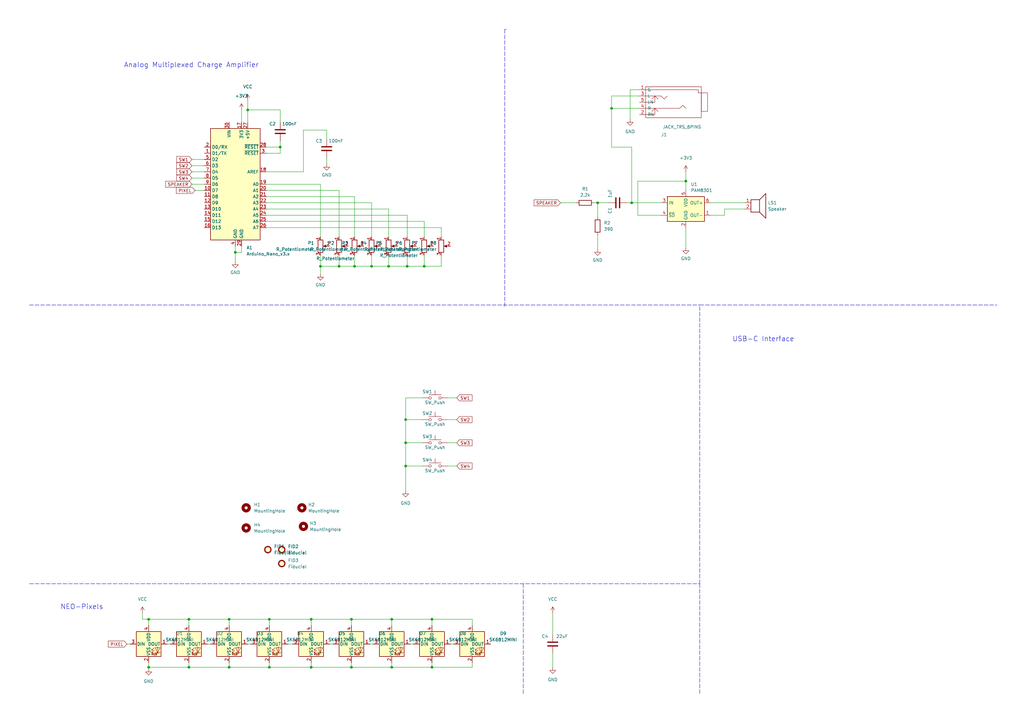
<source format=kicad_sch>
(kicad_sch (version 20211123) (generator eeschema)
  (paper "A3")
  (lib_symbols
    (symbol "Amplifier_Audio:PAM8301"
      (property "Reference" "U" (at 6.35 8.89 0))
      (property "Value" "PAM8301" (at 6.35 6.35 0))
      (symbol "PAM8301_0_1"
        (rectangle (start -7.62 5.08) (end 7.62 -5.08) (stroke (width 0.254)) (fill (type background)))
      )
      (symbol "PAM8301_1_1"
        (pin output line (at 10.16 -2.54 180) (length 2.54) (name "OUT-") (number "1"))
        (pin power_in line (at 0 -7.62 90) (length 2.54) (name "GND") (number "2"))
        (pin input line (at -10.16 2.54 0) (length 2.54) (name "IN") (number "3"))
        (pin input line (at -10.16 -2.54 0) (length 2.54) (name "~{SD}") (number "4"))
        (pin power_in line (at 0 7.62 270) (length 2.54) (name "VDD") (number "5"))
        (pin output line (at 10.16 2.54 180) (length 2.54) (name "OUT+") (number "6"))
      )
    )
    (symbol "Device:C" (pin_numbers hide) (pin_names (offset 0.254))
      (property "Reference" "C" (at 0.635 2.54 0))
      (property "Value" "C" (at 0.635 -2.54 0))
      (symbol "C_0_1"
        (polyline (pts (xy -2.032 -0.762) (xy 2.032 -0.762)) (stroke (width 0.508)))
        (polyline (pts (xy -2.032 0.762) (xy 2.032 0.762)) (stroke (width 0.508)))
      )
      (symbol "C_1_1"
        (pin passive line (at 0 3.81 270) (length 2.794) (name "~") (number "1"))
        (pin passive line (at 0 -3.81 90) (length 2.794) (name "~") (number "2"))
      )
    )
    (symbol "Device:R" (pin_numbers hide) (pin_names (offset 0))
      (property "Reference" "R" (at 2.032 0 90))
      (property "Value" "R" (at 0 0 90))
      (symbol "R_0_1"
        (rectangle (start -1.016 -2.54) (end 1.016 2.54) (stroke (width 0.254)))
      )
      (symbol "R_1_1"
        (pin passive line (at 0 3.81 270) (length 1.27) (name "~") (number "1"))
        (pin passive line (at 0 -3.81 90) (length 1.27) (name "~") (number "2"))
      )
    )
    (symbol "Device:R_Potentiometer" (pin_names (offset 1.016) hide)
      (property "Reference" "RV" (at -4.445 0 90))
      (property "Value" "R_Potentiometer" (at -2.54 0 90))
      (symbol "R_Potentiometer_0_1"
        (polyline (pts (xy 2.54 0) (xy 1.524 0)))
        (polyline (pts (xy 1.143 0) (xy 2.286 0.508) (xy 2.286 -0.508) (xy 1.143 0)) (fill (type outline)))
        (rectangle (start 1.016 2.54) (end -1.016 -2.54) (stroke (width 0.254)))
      )
      (symbol "R_Potentiometer_1_1"
        (pin passive line (at 0 3.81 270) (length 1.27) (name "1") (number "1"))
        (pin passive line (at 3.81 0 180) (length 1.27) (name "2") (number "2"))
        (pin passive line (at 0 -3.81 90) (length 1.27) (name "3") (number "3"))
      )
    )
    (symbol "Device:Speaker" (pin_names (offset 0) hide)
      (property "Reference" "LS" (at 1.27 5.715 0))
      (property "Value" "Speaker" (at 1.27 3.81 0))
      (symbol "Speaker_0_0"
        (rectangle (start -2.54 1.27) (end 1.016 -3.81) (stroke (width 0.254)))
        (polyline (pts (xy 1.016 1.27) (xy 3.556 3.81) (xy 3.556 -6.35) (xy 1.016 -3.81)) (stroke (width 0.254)))
      )
      (symbol "Speaker_1_1"
        (pin input line (at -5.08 0 0) (length 2.54) (name "1") (number "1"))
        (pin input line (at -5.08 -2.54 0) (length 2.54) (name "2") (number "2"))
      )
    )
    (symbol "GaudiLabsPartsLibrary:JACK_TRS_6PINS" (pin_names (offset 0.762))
      (property "Reference" "J" (at 0 7.62 0))
      (property "Value" "JACK_TRS_6PINS" (at -7.62 11.43 0))
      (symbol "JACK_TRS_6PINS_0_0"
        (polyline (pts (xy 3.81 -2.54) (xy 3.81 0) (xy 7.62 0)))
        (polyline (pts (xy 3.81 2.54) (xy 3.81 5.08) (xy 7.62 5.08)))
        (polyline (pts (xy -8.89 2.54) (xy -7.62 1.27) (xy -6.35 2.54) (xy 7.62 2.54)))
      )
      (symbol "JACK_TRS_6PINS_0_1"
        (rectangle (start -15.24 3.81) (end -17.78 -3.81))
        (polyline (pts (xy 1.27 -2.54) (xy 7.62 -2.54)))
        (polyline (pts (xy 1.27 -2.54) (xy 0 -1.27) (xy -1.27 -2.54) (xy -1.27 -2.54)))
        (polyline (pts (xy 2.54 -1.27) (xy 3.81 -2.54) (xy 5.08 -1.27) (xy 5.08 -1.27)))
        (polyline (pts (xy 2.54 3.81) (xy 3.81 2.54) (xy 5.08 3.81) (xy 5.08 3.81)))
        (polyline (pts (xy 7.62 -5.08) (xy -13.97 -5.08) (xy -13.97 -3.81) (xy -15.24 -3.81)))
        (rectangle (start 7.62 -6.35) (end -15.24 6.35))
      )
      (symbol "JACK_TRS_6PINS_1_1"
        (pin passive line (at 10.16 -5.08 180) (length 2.54) (name "G") (number "1"))
        (pin passive line (at 10.16 5.08 180) (length 2.54) (name "RN") (number "2"))
        (pin passive line (at 10.16 -2.54 180) (length 2.54) (name "L") (number "3"))
        (pin passive line (at 10.16 2.54 180) (length 2.54) (name "R") (number "4"))
        (pin passive line (at 10.16 0 180) (length 2.54) (name "LN") (number "5"))
      )
    )
    (symbol "LED:SK6812MINI" (pin_names (offset 0.254))
      (property "Reference" "D" (at 5.08 5.715 0))
      (property "Value" "SK6812MINI" (at 1.27 -5.715 0))
      (symbol "SK6812MINI_0_0"
        (text "RGB" (at 2.286 -4.191 0) (effects (font (size 0.762 0.762))))
      )
      (symbol "SK6812MINI_0_1"
        (polyline (pts (xy 1.27 -3.556) (xy 1.778 -3.556)))
        (polyline (pts (xy 1.27 -2.54) (xy 1.778 -2.54)))
        (polyline (pts (xy 4.699 -3.556) (xy 2.667 -3.556)))
        (polyline (pts (xy 2.286 -2.54) (xy 1.27 -3.556) (xy 1.27 -3.048)))
        (polyline (pts (xy 2.286 -1.524) (xy 1.27 -2.54) (xy 1.27 -2.032)))
        (polyline (pts (xy 3.683 -1.016) (xy 3.683 -3.556) (xy 3.683 -4.064)))
        (polyline (pts (xy 4.699 -1.524) (xy 2.667 -1.524) (xy 3.683 -3.556) (xy 4.699 -1.524)))
        (rectangle (start 5.08 5.08) (end -5.08 -5.08) (stroke (width 0.254)) (fill (type background)))
      )
      (symbol "SK6812MINI_1_1"
        (pin output line (at 7.62 0 180) (length 2.54) (name "DOUT") (number "1"))
        (pin power_in line (at 0 -7.62 90) (length 2.54) (name "VSS") (number "2"))
        (pin input line (at -7.62 0 0) (length 2.54) (name "DIN") (number "3"))
        (pin power_in line (at 0 7.62 270) (length 2.54) (name "VDD") (number "4"))
      )
    )
    (symbol "MCU_Module:Arduino_Nano_v3.x"
      (property "Reference" "A" (at -10.16 23.495 0))
      (property "Value" "Arduino_Nano_v3.x" (at 5.08 -24.13 0))
      (symbol "Arduino_Nano_v3.x_0_1"
        (rectangle (start -10.16 22.86) (end 10.16 -22.86) (stroke (width 0.254)) (fill (type background)))
      )
      (symbol "Arduino_Nano_v3.x_1_1"
        (pin bidirectional line (at -12.7 12.7 0) (length 2.54) (name "D1/TX") (number "1"))
        (pin bidirectional line (at -12.7 -2.54 0) (length 2.54) (name "D7") (number "10"))
        (pin bidirectional line (at -12.7 -5.08 0) (length 2.54) (name "D8") (number "11"))
        (pin bidirectional line (at -12.7 -7.62 0) (length 2.54) (name "D9") (number "12"))
        (pin bidirectional line (at -12.7 -10.16 0) (length 2.54) (name "D10") (number "13"))
        (pin bidirectional line (at -12.7 -12.7 0) (length 2.54) (name "D11") (number "14"))
        (pin bidirectional line (at -12.7 -15.24 0) (length 2.54) (name "D12") (number "15"))
        (pin bidirectional line (at -12.7 -17.78 0) (length 2.54) (name "D13") (number "16"))
        (pin power_out line (at 2.54 25.4 270) (length 2.54) (name "3V3") (number "17"))
        (pin input line (at 12.7 5.08 180) (length 2.54) (name "AREF") (number "18"))
        (pin bidirectional line (at 12.7 0 180) (length 2.54) (name "A0") (number "19"))
        (pin bidirectional line (at -12.7 15.24 0) (length 2.54) (name "D0/RX") (number "2"))
        (pin bidirectional line (at 12.7 -2.54 180) (length 2.54) (name "A1") (number "20"))
        (pin bidirectional line (at 12.7 -5.08 180) (length 2.54) (name "A2") (number "21"))
        (pin bidirectional line (at 12.7 -7.62 180) (length 2.54) (name "A3") (number "22"))
        (pin bidirectional line (at 12.7 -10.16 180) (length 2.54) (name "A4") (number "23"))
        (pin bidirectional line (at 12.7 -12.7 180) (length 2.54) (name "A5") (number "24"))
        (pin bidirectional line (at 12.7 -15.24 180) (length 2.54) (name "A6") (number "25"))
        (pin bidirectional line (at 12.7 -17.78 180) (length 2.54) (name "A7") (number "26"))
        (pin power_out line (at 5.08 25.4 270) (length 2.54) (name "+5V") (number "27"))
        (pin input line (at 12.7 15.24 180) (length 2.54) (name "~{RESET}") (number "28"))
        (pin power_in line (at 2.54 -25.4 90) (length 2.54) (name "GND") (number "29"))
        (pin input line (at 12.7 12.7 180) (length 2.54) (name "~{RESET}") (number "3"))
        (pin power_in line (at -2.54 25.4 270) (length 2.54) (name "VIN") (number "30"))
        (pin power_in line (at 0 -25.4 90) (length 2.54) (name "GND") (number "4"))
        (pin bidirectional line (at -12.7 10.16 0) (length 2.54) (name "D2") (number "5"))
        (pin bidirectional line (at -12.7 7.62 0) (length 2.54) (name "D3") (number "6"))
        (pin bidirectional line (at -12.7 5.08 0) (length 2.54) (name "D4") (number "7"))
        (pin bidirectional line (at -12.7 2.54 0) (length 2.54) (name "D5") (number "8"))
        (pin bidirectional line (at -12.7 0 0) (length 2.54) (name "D6") (number "9"))
      )
    )
    (symbol "Mechanical:Fiducial"
      (property "Reference" "FID" (at 0 5.08 0))
      (property "Value" "Fiducial" (at 0 3.175 0))
      (symbol "Fiducial_0_1"
        (circle (center 0 0) (radius 1.27) (stroke (width 0.508)) (fill (type background)))
      )
    )
    (symbol "Mechanical:MountingHole" (pin_names (offset 1.016))
      (property "Reference" "H" (at 0 5.08 0))
      (property "Value" "MountingHole" (at 0 3.175 0))
      (symbol "MountingHole_0_1"
        (circle (center 0 0) (radius 1.27) (stroke (width 1.27)))
      )
    )
    (symbol "Switch:SW_Push" (pin_numbers hide) (pin_names (offset 1.016) hide)
      (property "Reference" "SW" (at 1.27 2.54 0))
      (property "Value" "SW_Push" (at 0 -1.524 0))
      (symbol "SW_Push_0_1"
        (circle (center -2.032 0) (radius 0.508))
        (polyline (pts (xy 0 1.27) (xy 0 3.048)))
        (polyline (pts (xy 2.54 1.27) (xy -2.54 1.27)))
        (circle (center 2.032 0) (radius 0.508))
        (pin passive line (at -5.08 0 0) (length 2.54) (name "1") (number "1"))
        (pin passive line (at 5.08 0 180) (length 2.54) (name "2") (number "2"))
      )
    )
    (symbol "power:+3V3" (power) (pin_names (offset 0))
      (property "Value" "+3V3" (at 0 3.556 0))
      (symbol "+3V3_0_1"
        (polyline (pts (xy -0.762 1.27) (xy 0 2.54)))
        (polyline (pts (xy 0 0) (xy 0 2.54)))
        (polyline (pts (xy 0 2.54) (xy 0.762 1.27)))
      )
      (symbol "+3V3_1_1"
        (pin power_in line (at 0 0 90) (length 0) hide (name "+3V3") (number "1"))
      )
    )
    (symbol "power:GND" (power) (pin_names (offset 0))
      (property "Value" "GND" (at 0 -3.81 0))
      (symbol "GND_0_1"
        (polyline (pts (xy 0 0) (xy 0 -1.27) (xy 1.27 -1.27) (xy 0 -2.54) (xy -1.27 -1.27) (xy 0 -1.27)))
      )
      (symbol "GND_1_1"
        (pin power_in line (at 0 0 270) (length 0) hide (name "GND") (number "1"))
      )
    )
    (symbol "power:VCC" (power) (pin_names (offset 0))
      (property "Value" "VCC" (at 0 3.81 0))
      (symbol "VCC_0_1"
        (polyline (pts (xy -0.762 1.27) (xy 0 2.54)))
        (polyline (pts (xy 0 0) (xy 0 2.54)))
        (polyline (pts (xy 0 2.54) (xy 0.762 1.27)))
      )
      (symbol "VCC_1_1"
        (pin power_in line (at 0 0 90) (length 0) hide (name "VCC") (number "1"))
      )
    )
  )
  (junction (at 259.08 83.185))
  (junction (at 152.4 109.22))
  (junction (at 96.52 103.505))
  (junction (at 177.165 273.685))
  (junction (at 139.065 109.22))
  (junction (at 93.98 254))
  (junction (at 250.825 44.45))
  (junction (at 166.37 181.61))
  (junction (at 177.165 254))
  (junction (at 144.145 254))
  (junction (at 144.145 273.685))
  (junction (at 173.99 109.22))
  (junction (at 93.98 273.685))
  (junction (at 159.385 109.22))
  (junction (at 77.47 273.685))
  (junction (at 166.37 191.135))
  (junction (at 167.005 109.22))
  (junction (at 281.305 74.295))
  (junction (at 166.37 172.085))
  (junction (at 114.935 60.325))
  (junction (at 145.415 109.22))
  (junction (at 60.96 254))
  (junction (at 60.96 273.685))
  (junction (at 101.6 45.085))
  (junction (at 160.655 254))
  (junction (at 245.11 83.185))
  (junction (at 127.635 273.685))
  (junction (at 110.49 273.685))
  (junction (at 110.49 254))
  (junction (at 131.445 109.22))
  (junction (at 127.635 254))
  (junction (at 160.655 273.685))
  (junction (at 77.47 254))
  (wire (pts (xy 78.74 67.945) (xy 83.82 67.945)))
  (wire (pts (xy 177.165 273.685) (xy 160.655 273.685)))
  (wire (pts (xy 245.11 83.185) (xy 245.11 88.9)))
  (wire (pts (xy 259.08 60.325) (xy 259.08 83.185)))
  (wire (pts (xy 144.145 254) (xy 144.145 256.54)))
  (wire (pts (xy 168.275 264.16) (xy 169.545 264.16)))
  (wire (pts (xy 167.005 109.22) (xy 173.99 109.22)))
  (polyline (pts (xy 287.02 125.095) (xy 408.94 125.095)))
  (wire (pts (xy 93.98 254) (xy 110.49 254)))
  (wire (pts (xy 133.985 53.34) (xy 133.985 57.15)))
  (wire (pts (xy 229.87 83.185) (xy 236.22 83.185)))
  (wire (pts (xy 85.09 264.16) (xy 86.36 264.16)))
  (wire (pts (xy 133.985 64.77) (xy 133.985 67.31)))
  (wire (pts (xy 109.22 90.805) (xy 173.99 90.805)))
  (wire (pts (xy 226.695 267.97) (xy 226.695 273.685)))
  (polyline (pts (xy 207.01 12.065) (xy 207.645 12.065)))
  (wire (pts (xy 173.99 109.22) (xy 173.99 104.775)))
  (wire (pts (xy 93.98 273.685) (xy 77.47 273.685)))
  (wire (pts (xy 245.11 83.185) (xy 249.555 83.185)))
  (wire (pts (xy 118.11 264.16) (xy 120.015 264.16)))
  (wire (pts (xy 259.08 83.185) (xy 271.145 83.185)))
  (wire (pts (xy 180.975 109.22) (xy 180.975 104.775)))
  (wire (pts (xy 245.11 96.52) (xy 245.11 102.235)))
  (wire (pts (xy 80.01 78.105) (xy 83.82 78.105)))
  (wire (pts (xy 243.84 83.185) (xy 245.11 83.185)))
  (wire (pts (xy 281.305 93.345) (xy 281.305 101.6)))
  (wire (pts (xy 101.6 45.085) (xy 101.6 50.165)))
  (wire (pts (xy 166.37 172.085) (xy 166.37 163.195)))
  (wire (pts (xy 152.4 109.22) (xy 152.4 104.775)))
  (wire (pts (xy 109.22 83.185) (xy 152.4 83.185)))
  (wire (pts (xy 131.445 75.565) (xy 131.445 97.155)))
  (wire (pts (xy 152.4 83.185) (xy 152.4 97.155)))
  (wire (pts (xy 101.6 41.275) (xy 101.6 45.085)))
  (wire (pts (xy 184.785 264.16) (xy 186.055 264.16)))
  (wire (pts (xy 93.98 271.78) (xy 93.98 273.685)))
  (wire (pts (xy 145.415 109.22) (xy 145.415 104.775)))
  (wire (pts (xy 226.695 251.46) (xy 226.695 260.35)))
  (wire (pts (xy 68.58 264.16) (xy 69.85 264.16)))
  (wire (pts (xy 99.06 100.965) (xy 99.06 103.505)))
  (wire (pts (xy 127.635 271.78) (xy 127.635 273.685)))
  (wire (pts (xy 135.255 264.16) (xy 136.525 264.16)))
  (wire (pts (xy 60.96 254) (xy 77.47 254)))
  (wire (pts (xy 127.635 273.685) (xy 110.49 273.685)))
  (wire (pts (xy 261.62 88.265) (xy 261.62 74.295)))
  (wire (pts (xy 166.37 181.61) (xy 166.37 172.085)))
  (wire (pts (xy 291.465 88.265) (xy 297.18 88.265)))
  (wire (pts (xy 183.515 181.61) (xy 187.325 181.61)))
  (wire (pts (xy 96.52 100.965) (xy 96.52 103.505)))
  (wire (pts (xy 109.22 85.725) (xy 159.385 85.725)))
  (wire (pts (xy 166.37 163.195) (xy 173.355 163.195)))
  (wire (pts (xy 139.065 109.22) (xy 145.415 109.22)))
  (wire (pts (xy 159.385 109.22) (xy 159.385 104.775)))
  (wire (pts (xy 78.74 65.405) (xy 83.82 65.405)))
  (wire (pts (xy 110.49 254) (xy 127.635 254)))
  (wire (pts (xy 166.37 172.085) (xy 173.355 172.085)))
  (wire (pts (xy 109.22 60.325) (xy 114.935 60.325)))
  (wire (pts (xy 250.825 44.45) (xy 262.255 44.45)))
  (wire (pts (xy 139.065 78.105) (xy 139.065 97.155)))
  (wire (pts (xy 78.74 73.025) (xy 83.82 73.025)))
  (wire (pts (xy 144.145 273.685) (xy 127.635 273.685)))
  (wire (pts (xy 183.515 163.195) (xy 187.325 163.195)))
  (wire (pts (xy 183.515 172.085) (xy 187.325 172.085)))
  (wire (pts (xy 109.22 75.565) (xy 131.445 75.565)))
  (wire (pts (xy 127.635 254) (xy 144.145 254)))
  (wire (pts (xy 96.52 103.505) (xy 96.52 107.315)))
  (wire (pts (xy 173.355 191.135) (xy 166.37 191.135)))
  (wire (pts (xy 159.385 109.22) (xy 167.005 109.22)))
  (wire (pts (xy 114.935 62.865) (xy 109.22 62.865)))
  (wire (pts (xy 173.99 109.22) (xy 180.975 109.22)))
  (wire (pts (xy 250.825 60.325) (xy 259.08 60.325)))
  (wire (pts (xy 167.005 109.22) (xy 167.005 104.775)))
  (wire (pts (xy 131.445 109.22) (xy 131.445 112.395)))
  (wire (pts (xy 177.165 254) (xy 177.165 256.54)))
  (wire (pts (xy 131.445 109.22) (xy 139.065 109.22)))
  (wire (pts (xy 159.385 85.725) (xy 159.385 97.155)))
  (polyline (pts (xy 287.02 239.395) (xy 287.02 284.48)))
  (wire (pts (xy 52.07 264.16) (xy 53.34 264.16)))
  (wire (pts (xy 281.305 70.485) (xy 281.305 74.295)))
  (polyline (pts (xy 12.065 239.395) (xy 287.02 239.395)))
  (wire (pts (xy 261.62 74.295) (xy 281.305 74.295)))
  (wire (pts (xy 58.42 251.46) (xy 58.42 254)))
  (polyline (pts (xy 287.02 239.395) (xy 287.02 125.095)))
  (wire (pts (xy 110.49 273.685) (xy 93.98 273.685)))
  (polyline (pts (xy 207.01 125.73) (xy 207.01 12.065)))
  (wire (pts (xy 109.22 78.105) (xy 139.065 78.105)))
  (wire (pts (xy 114.935 60.325) (xy 114.935 62.865)))
  (wire (pts (xy 145.415 109.22) (xy 152.4 109.22)))
  (wire (pts (xy 58.42 254) (xy 60.96 254)))
  (wire (pts (xy 160.655 273.685) (xy 144.145 273.685)))
  (wire (pts (xy 173.99 90.805) (xy 173.99 97.155)))
  (wire (pts (xy 177.165 271.78) (xy 177.165 273.685)))
  (wire (pts (xy 193.675 271.78) (xy 193.675 273.685)))
  (wire (pts (xy 166.37 191.135) (xy 166.37 181.61)))
  (wire (pts (xy 257.175 83.185) (xy 259.08 83.185)))
  (wire (pts (xy 160.655 254) (xy 177.165 254)))
  (wire (pts (xy 78.74 75.565) (xy 83.82 75.565)))
  (wire (pts (xy 250.825 44.45) (xy 250.825 60.325)))
  (wire (pts (xy 109.22 93.345) (xy 180.975 93.345)))
  (wire (pts (xy 60.96 271.78) (xy 60.96 273.685)))
  (wire (pts (xy 131.445 104.775) (xy 131.445 109.22)))
  (wire (pts (xy 250.825 39.37) (xy 250.825 44.45)))
  (wire (pts (xy 193.675 273.685) (xy 177.165 273.685)))
  (wire (pts (xy 77.47 254) (xy 77.47 256.54)))
  (wire (pts (xy 183.515 191.135) (xy 187.325 191.135)))
  (wire (pts (xy 193.675 254) (xy 193.675 256.54)))
  (wire (pts (xy 281.305 74.295) (xy 281.305 78.105)))
  (wire (pts (xy 151.765 264.16) (xy 153.035 264.16)))
  (wire (pts (xy 99.06 103.505) (xy 96.52 103.505)))
  (wire (pts (xy 167.005 88.265) (xy 167.005 97.155)))
  (wire (pts (xy 160.655 254) (xy 160.655 256.54)))
  (wire (pts (xy 297.18 85.725) (xy 305.435 85.725)))
  (wire (pts (xy 160.655 271.78) (xy 160.655 273.685)))
  (wire (pts (xy 60.96 254) (xy 60.96 256.54)))
  (wire (pts (xy 101.6 45.085) (xy 114.935 45.085)))
  (wire (pts (xy 291.465 83.185) (xy 305.435 83.185)))
  (wire (pts (xy 139.065 109.22) (xy 139.065 104.775)))
  (wire (pts (xy 124.46 53.34) (xy 133.985 53.34)))
  (wire (pts (xy 144.145 271.78) (xy 144.145 273.685)))
  (wire (pts (xy 93.98 254) (xy 93.98 256.54)))
  (wire (pts (xy 258.445 48.895) (xy 258.445 36.83)))
  (wire (pts (xy 166.37 181.61) (xy 173.355 181.61)))
  (polyline (pts (xy 214.63 239.395) (xy 214.63 284.48)))
  (wire (pts (xy 127.635 254) (xy 127.635 256.54)))
  (wire (pts (xy 114.935 50.165) (xy 114.935 45.085)))
  (wire (pts (xy 177.165 254) (xy 193.675 254)))
  (wire (pts (xy 99.06 45.085) (xy 99.06 50.165)))
  (wire (pts (xy 166.37 191.135) (xy 166.37 201.295)))
  (wire (pts (xy 271.145 88.265) (xy 261.62 88.265)))
  (wire (pts (xy 152.4 109.22) (xy 159.385 109.22)))
  (wire (pts (xy 144.145 254) (xy 160.655 254)))
  (wire (pts (xy 101.6 264.16) (xy 102.87 264.16)))
  (wire (pts (xy 262.255 39.37) (xy 250.825 39.37)))
  (polyline (pts (xy 12.065 125.095) (xy 287.02 125.095)))
  (wire (pts (xy 297.18 88.265) (xy 297.18 85.725)))
  (wire (pts (xy 180.975 93.345) (xy 180.975 97.155)))
  (wire (pts (xy 124.46 70.485) (xy 124.46 53.34)))
  (wire (pts (xy 77.47 254) (xy 93.98 254)))
  (wire (pts (xy 109.22 80.645) (xy 145.415 80.645)))
  (wire (pts (xy 78.74 70.485) (xy 83.82 70.485)))
  (wire (pts (xy 258.445 36.83) (xy 262.255 36.83)))
  (wire (pts (xy 109.22 88.265) (xy 167.005 88.265)))
  (wire (pts (xy 77.47 271.78) (xy 77.47 273.685)))
  (wire (pts (xy 77.47 273.685) (xy 60.96 273.685)))
  (wire (pts (xy 145.415 80.645) (xy 145.415 97.155)))
  (wire (pts (xy 60.96 273.685) (xy 60.96 274.32)))
  (wire (pts (xy 110.49 254) (xy 110.49 256.54)))
  (wire (pts (xy 114.935 57.785) (xy 114.935 60.325)))
  (wire (pts (xy 109.22 70.485) (xy 124.46 70.485)))
  (wire (pts (xy 110.49 271.78) (xy 110.49 273.685)))
  (text "Analog Multiplexed Charge Amplifier" (at 50.8 27.94 0) (effects (font (size 2 2)) (justify left bottom)))
  (text "NEO-Pixels" (at 24.765 250.19 0) (effects (font (size 2 2)) (justify left bottom)))
  (text "USB-C Interface" (at 300.355 140.335 0) (effects (font (size 2 2)) (justify left bottom)))
  (global_label "SW2" (shape input) (at 78.74 67.945 180) (property "Intersheet References" "${INTERSHEET_REFS}" (effects hide)))
  (global_label "SW1" (shape input) (at 187.325 163.195 0) (property "Intersheet References" "${INTERSHEET_REFS}" (effects hide)))
  (global_label "SW1" (shape input) (at 78.74 65.405 180) (property "Intersheet References" "${INTERSHEET_REFS}" (effects hide)))
  (global_label "SPEAKER" (shape input) (at 78.74 75.565 180) (property "Intersheet References" "${INTERSHEET_REFS}" (effects hide)))
  (global_label "SW2" (shape input) (at 187.325 172.085 0) (property "Intersheet References" "${INTERSHEET_REFS}" (effects hide)))
  (global_label "PIXEL" (shape input) (at 52.07 264.16 180) (property "Intersheet References" "${INTERSHEET_REFS}" (effects hide)))
  (global_label "SW3" (shape input) (at 187.325 181.61 0) (property "Intersheet References" "${INTERSHEET_REFS}" (effects hide)))
  (global_label "SW3" (shape input) (at 78.74 70.485 180) (property "Intersheet References" "${INTERSHEET_REFS}" (effects hide)))
  (global_label "SW4" (shape input) (at 187.325 191.135 0) (property "Intersheet References" "${INTERSHEET_REFS}" (effects hide)))
  (global_label "PIXEL" (shape input) (at 80.01 78.105 180) (property "Intersheet References" "${INTERSHEET_REFS}" (effects hide)))
  (global_label "SW4" (shape input) (at 78.74 73.025 180) (property "Intersheet References" "${INTERSHEET_REFS}" (effects hide)))
  (global_label "SPEAKER" (shape input) (at 229.87 83.185 180) (property "Intersheet References" "${INTERSHEET_REFS}" (effects hide)))
  (symbol (lib_id "Amplifier_Audio:PAM8301") (at 281.305 85.725 0) (unit 1)
    (property "Reference" "U1" (at 283.3244 75.565 0) (effects (justify left)))
    (property "Value" "PAM8301" (at 283.3244 78.105 0) (effects (justify left)))
    (property "Footprint" "Package_TO_SOT_SMD:SOT-23-6" (effects hide))
    (property "Datasheet" "https://www.diodes.com/assets/Datasheets/PAM8301.pdf" (effects hide))
  )
  (symbol (lib_id "Device:R_Potentiometer") (at 180.975 100.965 0) (unit 1)
    (property "Reference" "P8" (at 179.07 99.6949 0) (effects (justify right)))
    (property "Value" "R_Potentiometer" (at 179.07 102.2349 0) (effects (justify right)))
    (property "Footprint" "GaudiLabsFootPrints:TaidacentSlidingPot" (effects hide))
  )
  (symbol (lib_id "Mechanical:MountingHole") (at 100.965 208.28 0) (unit 1)
    (property "Reference" "H1" (at 104.14 207.0099 0) (effects (justify left)))
    (property "Value" "MountingHole" (at 104.14 209.5499 0) (effects (justify left)))
    (property "Footprint" "MountingHole:MountingHole_3.2mm_M3" (effects hide))
  )
  (symbol (lib_id "Device:R_Potentiometer") (at 131.445 100.965 0) (unit 1)
    (property "Reference" "P1" (at 128.905 99.6949 0) (effects (justify right)))
    (property "Value" "R_Potentiometer" (at 128.905 102.2349 0) (effects (justify right)))
    (property "Footprint" "GaudiLabsFootPrints:TaidacentSlidingPot" (effects hide))
  )
  (symbol (lib_id "Mechanical:MountingHole") (at 124.46 215.9 0) (unit 1)
    (property "Reference" "H3" (at 127 214.6299 0) (effects (justify left)))
    (property "Value" "MountingHole" (at 127 217.1699 0) (effects (justify left)))
    (property "Footprint" "MountingHole:MountingHole_3.2mm_M3" (effects hide))
  )
  (symbol (lib_id "Switch:SW_Push") (at 178.435 163.195 0) (unit 1)
    (property "Reference" "SW1" (at 175.26 160.655 0))
    (property "Value" "SW_Push" (at 178.435 165.1 0))
    (property "Footprint" "Button_Switch_SMD:SW_SPST_TL3342" (effects hide))
  )
  (symbol (lib_id "LED:SK6812MINI") (at 144.145 264.16 0) (unit 1)
    (property "Reference" "D6" (at 156.845 259.8293 0))
    (property "Value" "SK6812MINI" (at 156.845 262.3693 0))
    (property "Footprint" "GaudiLabsFootPrints:LED_SK6812MINI_PLCC4_3.5x3.5mm_P1.75mm" (effects hide))
    (property "Datasheet" "https://cdn-shop.adafruit.com/product-files/2686/SK6812MINI_REV.01-1-2.pdf" (effects hide))
  )
  (symbol (lib_id "Switch:SW_Push") (at 178.435 181.61 0) (unit 1)
    (property "Reference" "SW3" (at 175.26 179.07 0))
    (property "Value" "SW_Push" (at 178.435 183.515 0))
    (property "Footprint" "Button_Switch_SMD:SW_SPST_TL3342" (effects hide))
  )
  (symbol (lib_id "Device:Speaker") (at 310.515 83.185 0) (unit 1)
    (property "Reference" "LS1" (at 314.96 83.1849 0) (effects (justify left)))
    (property "Value" "Speaker" (at 314.96 85.7249 0) (effects (justify left)))
    (property "Footprint" "GaudiLabsFootPrints:Speaker16mm_circular" (effects hide))
  )
  (symbol (lib_id "LED:SK6812MINI") (at 93.98 264.16 0) (unit 1)
    (property "Reference" "D3" (at 106.68 259.8293 0))
    (property "Value" "SK6812MINI" (at 106.68 262.3693 0))
    (property "Footprint" "GaudiLabsFootPrints:LED_SK6812MINI_PLCC4_3.5x3.5mm_P1.75mm" (effects hide))
    (property "Datasheet" "https://cdn-shop.adafruit.com/product-files/2686/SK6812MINI_REV.01-1-2.pdf" (effects hide))
  )
  (symbol (lib_id "power:GND") (at 258.445 48.895 0) (unit 1)
    (property "Reference" "#PWR0108" (effects hide))
    (property "Value" "GND" (at 258.445 53.975 0))
  )
  (symbol (lib_id "Device:C") (at 226.695 264.16 180) (unit 1)
    (property "Reference" "C4" (at 223.52 260.985 0))
    (property "Value" "22uF" (at 230.505 260.985 0))
    (property "Footprint" "Capacitor_SMD:C_0805_2012Metric" (effects hide))
  )
  (symbol (lib_id "Device:R_Potentiometer") (at 159.385 100.965 0) (unit 1)
    (property "Reference" "P5" (at 156.845 99.6949 0) (effects (justify right)))
    (property "Value" "R_Potentiometer" (at 156.845 102.2349 0) (effects (justify right)))
    (property "Footprint" "GaudiLabsFootPrints:TaidacentSlidingPot" (effects hide))
  )
  (symbol (lib_id "power:GND") (at 226.695 273.685 0) (unit 1)
    (property "Reference" "#PWR0125" (effects hide))
    (property "Value" "GND" (at 226.695 278.765 0))
  )
  (symbol (lib_id "LED:SK6812MINI") (at 177.165 264.16 0) (unit 1)
    (property "Reference" "D8" (at 189.865 259.8293 0))
    (property "Value" "SK6812MINI" (at 189.865 262.3693 0))
    (property "Footprint" "GaudiLabsFootPrints:LED_SK6812MINI_PLCC4_3.5x3.5mm_P1.75mm" (effects hide))
    (property "Datasheet" "https://cdn-shop.adafruit.com/product-files/2686/SK6812MINI_REV.01-1-2.pdf" (effects hide))
  )
  (symbol (lib_id "Device:R_Potentiometer") (at 173.99 100.965 0) (unit 1)
    (property "Reference" "P7" (at 171.45 99.6949 0) (effects (justify right)))
    (property "Value" "R_Potentiometer" (at 171.45 102.2349 0) (effects (justify right)))
    (property "Footprint" "GaudiLabsFootPrints:TaidacentSlidingPot" (effects hide))
  )
  (symbol (lib_id "LED:SK6812MINI") (at 77.47 264.16 0) (unit 1)
    (property "Reference" "D2" (at 90.17 259.8293 0))
    (property "Value" "SK6812MINI" (at 90.17 262.3693 0))
    (property "Footprint" "GaudiLabsFootPrints:LED_SK6812MINI_PLCC4_3.5x3.5mm_P1.75mm" (effects hide))
    (property "Datasheet" "https://cdn-shop.adafruit.com/product-files/2686/SK6812MINI_REV.01-1-2.pdf" (effects hide))
  )
  (symbol (lib_id "power:+3V3") (at 99.06 45.085 0) (unit 1)
    (property "Reference" "#PWR0104" (effects hide))
    (property "Value" "+3V3" (at 99.06 39.37 0))
  )
  (symbol (lib_id "Mechanical:Fiducial") (at 115.57 225.425 0) (unit 1)
    (property "Reference" "FID2" (at 118.11 224.1549 0) (effects (justify left)))
    (property "Value" "Fiducial" (at 118.11 226.6949 0) (effects (justify left)))
    (property "Footprint" "GaudiLabsFootPrints:Fiducial_1mm_Dia_2.54mm_Outer_CopperBottom" (effects hide))
  )
  (symbol (lib_id "Device:R") (at 245.11 92.71 0) (unit 1)
    (property "Reference" "R2" (at 247.65 91.4399 0) (effects (justify left)))
    (property "Value" "390" (at 247.65 93.9799 0) (effects (justify left)))
    (property "Footprint" "Resistor_SMD:R_0805_2012Metric" (effects hide))
  )
  (symbol (lib_id "power:GND") (at 96.52 107.315 0) (unit 1)
    (property "Reference" "#PWR0113" (effects hide))
    (property "Value" "GND" (at 96.52 111.76 0))
  )
  (symbol (lib_id "Device:R_Potentiometer") (at 145.415 100.965 0) (unit 1)
    (property "Reference" "R3" (at 142.875 99.6949 0) (effects (justify right)))
    (property "Value" "R_Potentiometer" (at 142.875 102.2349 0) (effects (justify right)))
    (property "Footprint" "GaudiLabsFootPrints:TaidacentSlidingPot" (effects hide))
  )
  (symbol (lib_id "Mechanical:MountingHole") (at 123.825 208.28 0) (unit 1)
    (property "Reference" "H2" (at 126.365 207.0099 0) (effects (justify left)))
    (property "Value" "MountingHole" (at 126.365 209.5499 0) (effects (justify left)))
    (property "Footprint" "MountingHole:MountingHole_3.2mm_M3" (effects hide))
  )
  (symbol (lib_id "Switch:SW_Push") (at 178.435 191.135 0) (unit 1)
    (property "Reference" "SW4" (at 175.26 188.595 0))
    (property "Value" "SW_Push" (at 178.435 193.04 0))
    (property "Footprint" "Button_Switch_SMD:SW_SPST_TL3342" (effects hide))
  )
  (symbol (lib_id "power:+3V3") (at 281.305 70.485 0) (unit 1)
    (property "Reference" "#PWR0109" (effects hide))
    (property "Value" "+3V3" (at 281.305 64.77 0))
  )
  (symbol (lib_id "Device:R_Potentiometer") (at 152.4 100.965 0) (unit 1)
    (property "Reference" "R4" (at 150.495 99.6949 0) (effects (justify right)))
    (property "Value" "R_Potentiometer" (at 171.45 104.775 0) (effects (justify right)))
    (property "Footprint" "GaudiLabsFootPrints:TaidacentSlidingPot" (effects hide))
  )
  (symbol (lib_id "LED:SK6812MINI") (at 110.49 264.16 0) (unit 1)
    (property "Reference" "D4" (at 123.19 259.8293 0))
    (property "Value" "SK6812MINI" (at 123.19 262.3693 0))
    (property "Footprint" "GaudiLabsFootPrints:LED_SK6812MINI_PLCC4_3.5x3.5mm_P1.75mm" (effects hide))
    (property "Datasheet" "https://cdn-shop.adafruit.com/product-files/2686/SK6812MINI_REV.01-1-2.pdf" (effects hide))
  )
  (symbol (lib_id "Device:C") (at 114.935 53.975 180) (unit 1)
    (property "Reference" "C2" (at 111.76 50.8 0))
    (property "Value" "100nF" (at 118.745 50.8 0))
    (property "Footprint" "Capacitor_SMD:C_0805_2012Metric" (effects hide))
  )
  (symbol (lib_id "Mechanical:Fiducial") (at 115.57 231.14 0) (unit 1)
    (property "Reference" "FID3" (at 118.11 229.8699 0) (effects (justify left)))
    (property "Value" "Fiducial" (at 118.11 232.4099 0) (effects (justify left)))
    (property "Footprint" "GaudiLabsFootPrints:Fiducial_1mm_Dia_2.54mm_Outer_CopperBottom" (effects hide))
  )
  (symbol (lib_id "GaudiLabsPartsLibrary:JACK_TRS_6PINS") (at 272.415 41.91 180) (unit 1)
    (property "Reference" "J1" (at 271.145 55.245 0) (effects (justify right)))
    (property "Value" "JACK_TRS_6PINS" (at 271.78 52.07 0) (effects (justify right)))
    (property "Footprint" "GaudiLabsFootPrints:Jack3_5_Switchcraft_35RASMT4BHNTRX" (effects hide))
  )
  (symbol (lib_id "power:VCC") (at 58.42 251.46 0) (unit 1)
    (property "Reference" "#PWR0105" (effects hide))
    (property "Value" "VCC" (at 58.42 245.745 0))
  )
  (symbol (lib_id "power:GND") (at 133.985 67.31 0) (unit 1)
    (property "Reference" "#PWR0102" (effects hide))
    (property "Value" "GND" (at 133.985 71.755 0))
  )
  (symbol (lib_id "power:GND") (at 131.445 112.395 0) (unit 1)
    (property "Reference" "#PWR0103" (effects hide))
    (property "Value" "GND" (at 131.445 116.84 0))
  )
  (symbol (lib_id "LED:SK6812MINI") (at 193.675 264.16 0) (unit 1)
    (property "Reference" "D9" (at 206.375 259.8293 0))
    (property "Value" "SK6812MINI" (at 206.375 262.3693 0))
    (property "Footprint" "GaudiLabsFootPrints:LED_SK6812MINI_PLCC4_3.5x3.5mm_P1.75mm" (effects hide))
    (property "Datasheet" "https://cdn-shop.adafruit.com/product-files/2686/SK6812MINI_REV.01-1-2.pdf" (effects hide))
  )
  (symbol (lib_id "Device:R_Potentiometer") (at 167.005 100.965 0) (unit 1)
    (property "Reference" "P6" (at 165.1 99.6949 0) (effects (justify right)))
    (property "Value" "R_Potentiometer" (at 165.1 102.2349 0) (effects (justify right)))
    (property "Footprint" "GaudiLabsFootPrints:TaidacentSlidingPot" (effects hide))
  )
  (symbol (lib_id "power:VCC") (at 101.6 41.275 0) (unit 1)
    (property "Reference" "#PWR0106" (effects hide))
    (property "Value" "VCC" (at 101.6 35.56 0))
  )
  (symbol (lib_id "Device:C") (at 253.365 83.185 270) (unit 1)
    (property "Reference" "C1" (at 250.19 86.36 0))
    (property "Value" "1uF" (at 250.19 79.375 0))
    (property "Footprint" "Capacitor_SMD:C_0805_2012Metric" (effects hide))
  )
  (symbol (lib_id "MCU_Module:Arduino_Nano_v3.x") (at 96.52 75.565 0) (unit 1)
    (property "Reference" "A1" (at 101.0794 101.6 0) (effects (justify left)))
    (property "Value" "Arduino_Nano_v3.x" (at 101.0794 104.14 0) (effects (justify left)))
    (property "Footprint" "GaudiLabsFootPrints:Arduino_Nano_SMD" (effects hide))
    (property "Datasheet" "http://www.mouser.com/pdfdocs/Gravitech_Arduino_Nano3_0.pdf" (effects hide))
  )
  (symbol (lib_id "Mechanical:Fiducial") (at 109.855 225.425 0) (unit 1)
    (property "Reference" "FID1" (at 112.395 224.1549 0) (effects (justify left)))
    (property "Value" "Fiducial" (at 112.395 226.6949 0) (effects (justify left)))
    (property "Footprint" "GaudiLabsFootPrints:Fiducial_1mm_Dia_2.54mm_Outer_CopperBottom" (effects hide))
  )
  (symbol (lib_id "Device:C") (at 133.985 60.96 180) (unit 1)
    (property "Reference" "C3" (at 130.81 57.785 0))
    (property "Value" "100nF" (at 137.795 57.785 0))
    (property "Footprint" "Capacitor_SMD:C_0805_2012Metric" (effects hide))
  )
  (symbol (lib_id "LED:SK6812MINI") (at 127.635 264.16 0) (unit 1)
    (property "Reference" "D5" (at 140.335 259.8293 0))
    (property "Value" "SK6812MINI" (at 140.335 262.3693 0))
    (property "Footprint" "GaudiLabsFootPrints:LED_SK6812MINI_PLCC4_3.5x3.5mm_P1.75mm" (effects hide))
    (property "Datasheet" "https://cdn-shop.adafruit.com/product-files/2686/SK6812MINI_REV.01-1-2.pdf" (effects hide))
  )
  (symbol (lib_id "power:GND") (at 60.96 274.32 0) (unit 1)
    (property "Reference" "#PWR0126" (effects hide))
    (property "Value" "GND" (at 60.96 279.4 0))
  )
  (symbol (lib_id "power:GND") (at 281.305 101.6 0) (unit 1)
    (property "Reference" "#PWR0107" (effects hide))
    (property "Value" "GND" (at 281.305 106.045 0))
  )
  (symbol (lib_id "Switch:SW_Push") (at 178.435 172.085 0) (unit 1)
    (property "Reference" "SW2" (at 175.26 169.545 0))
    (property "Value" "SW_Push" (at 178.435 173.99 0))
    (property "Footprint" "Button_Switch_SMD:SW_SPST_TL3342" (effects hide))
  )
  (symbol (lib_id "LED:SK6812MINI") (at 60.96 264.16 0) (unit 1)
    (property "Reference" "D1" (at 73.66 259.8293 0))
    (property "Value" "SK6812MINI" (at 73.66 262.3693 0))
    (property "Footprint" "GaudiLabsFootPrints:LED_SK6812MINI_PLCC4_3.5x3.5mm_P1.75mm" (effects hide))
    (property "Datasheet" "https://cdn-shop.adafruit.com/product-files/2686/SK6812MINI_REV.01-1-2.pdf" (effects hide))
  )
  (symbol (lib_id "Device:R") (at 240.03 83.185 90) (unit 1)
    (property "Reference" "R1" (at 240.03 77.47 90))
    (property "Value" "2.2k" (at 240.03 80.01 90))
    (property "Footprint" "Resistor_SMD:R_0805_2012Metric" (effects hide))
  )
  (symbol (lib_id "Mechanical:MountingHole") (at 100.965 216.535 0) (unit 1)
    (property "Reference" "H4" (at 104.14 215.2649 0) (effects (justify left)))
    (property "Value" "MountingHole" (at 104.14 217.8049 0) (effects (justify left)))
    (property "Footprint" "MountingHole:MountingHole_3.2mm_M3" (effects hide))
  )
  (symbol (lib_id "Device:R_Potentiometer") (at 139.065 100.965 0) (unit 1)
    (property "Reference" "P2" (at 137.16 99.6949 0) (effects (justify right)))
    (property "Value" "R_Potentiometer" (at 145.415 106.045 0) (effects (justify right)))
    (property "Footprint" "GaudiLabsFootPrints:TaidacentSlidingPot" (effects hide))
  )
  (symbol (lib_id "power:VCC") (at 226.695 251.46 0) (unit 1)
    (property "Reference" "#PWR0124" (effects hide))
    (property "Value" "VCC" (at 226.695 245.745 0))
  )
  (symbol (lib_id "LED:SK6812MINI") (at 160.655 264.16 0) (unit 1)
    (property "Reference" "D7" (at 173.355 259.8293 0))
    (property "Value" "SK6812MINI" (at 173.355 262.3693 0))
    (property "Footprint" "GaudiLabsFootPrints:LED_SK6812MINI_PLCC4_3.5x3.5mm_P1.75mm" (effects hide))
    (property "Datasheet" "https://cdn-shop.adafruit.com/product-files/2686/SK6812MINI_REV.01-1-2.pdf" (effects hide))
  )
  (symbol (lib_id "power:GND") (at 245.11 102.235 0) (unit 1)
    (property "Reference" "#PWR0110" (effects hide))
    (property "Value" "GND" (at 245.11 106.68 0))
  )
  (symbol (lib_id "power:GND") (at 166.37 201.295 0) (unit 1)
    (property "Reference" "#PWR0101" (effects hide))
    (property "Value" "GND" (at 166.37 206.375 0))
  )
)
</source>
